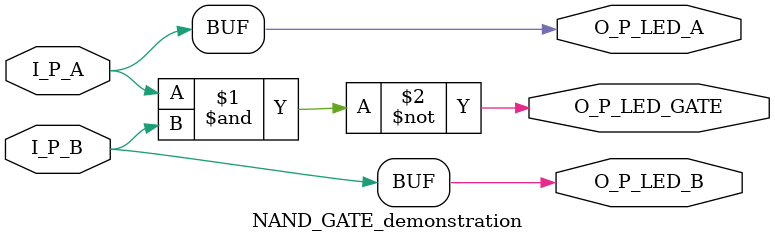
<source format=v>

`timescale 1ns / 1ps

module NAND_GATE_demonstration(
    input I_P_A,
    input I_P_B,
    output O_P_LED_A,
    output O_P_LED_B,
    output O_P_LED_GATE
    );
    assign O_P_LED_A = I_P_A;
    assign O_P_LED_B = I_P_B;
assign O_P_LED_GATE = ~(I_P_A & I_P_B);
endmodule

</source>
